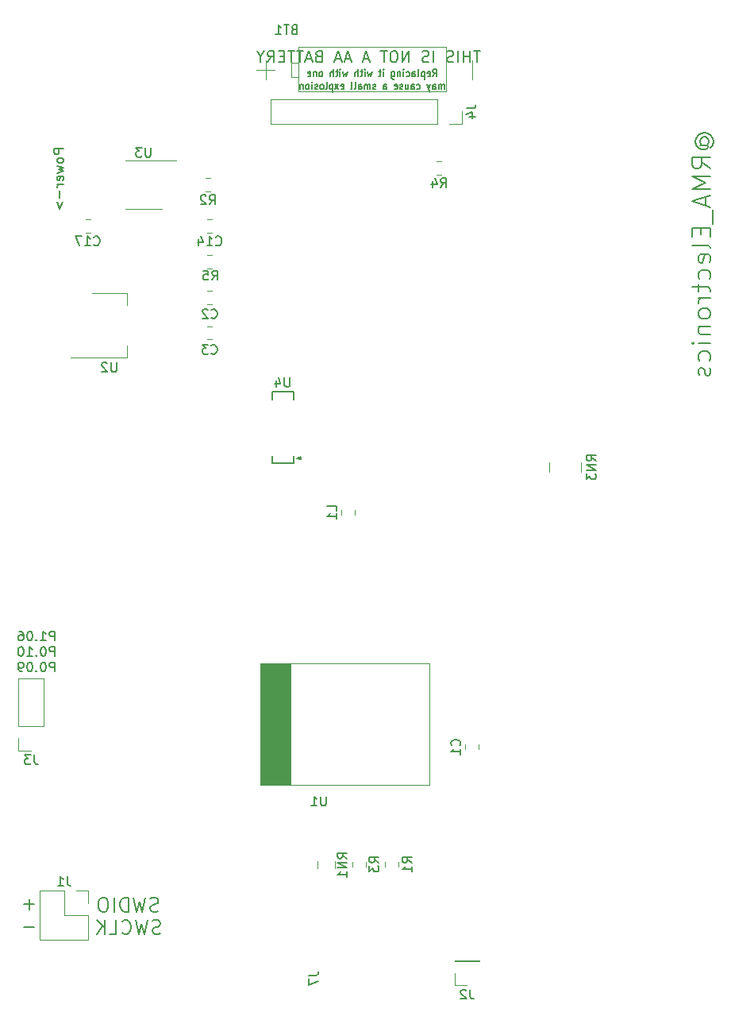
<source format=gbr>
G04 #@! TF.GenerationSoftware,KiCad,Pcbnew,5.1.5*
G04 #@! TF.CreationDate,2020-02-22T18:04:54-06:00*
G04 #@! TF.ProjectId,BSidesIA2020,42536964-6573-4494-9132-3032302e6b69,rev?*
G04 #@! TF.SameCoordinates,Original*
G04 #@! TF.FileFunction,Legend,Bot*
G04 #@! TF.FilePolarity,Positive*
%FSLAX46Y46*%
G04 Gerber Fmt 4.6, Leading zero omitted, Abs format (unit mm)*
G04 Created by KiCad (PCBNEW 5.1.5) date 2020-02-22 18:04:54*
%MOMM*%
%LPD*%
G04 APERTURE LIST*
%ADD10C,0.150000*%
%ADD11C,0.200000*%
%ADD12C,0.120000*%
%ADD13C,0.100000*%
G04 APERTURE END LIST*
D10*
X152866666Y-62486904D02*
X153100000Y-62105952D01*
X153266666Y-62486904D02*
X153266666Y-61686904D01*
X153000000Y-61686904D01*
X152933333Y-61725000D01*
X152900000Y-61763095D01*
X152866666Y-61839285D01*
X152866666Y-61953571D01*
X152900000Y-62029761D01*
X152933333Y-62067857D01*
X153000000Y-62105952D01*
X153266666Y-62105952D01*
X152300000Y-62448809D02*
X152366666Y-62486904D01*
X152500000Y-62486904D01*
X152566666Y-62448809D01*
X152600000Y-62372619D01*
X152600000Y-62067857D01*
X152566666Y-61991666D01*
X152500000Y-61953571D01*
X152366666Y-61953571D01*
X152300000Y-61991666D01*
X152266666Y-62067857D01*
X152266666Y-62144047D01*
X152600000Y-62220238D01*
X151966666Y-61953571D02*
X151966666Y-62753571D01*
X151966666Y-61991666D02*
X151900000Y-61953571D01*
X151766666Y-61953571D01*
X151700000Y-61991666D01*
X151666666Y-62029761D01*
X151633333Y-62105952D01*
X151633333Y-62334523D01*
X151666666Y-62410714D01*
X151700000Y-62448809D01*
X151766666Y-62486904D01*
X151900000Y-62486904D01*
X151966666Y-62448809D01*
X151233333Y-62486904D02*
X151300000Y-62448809D01*
X151333333Y-62372619D01*
X151333333Y-61686904D01*
X150666666Y-62486904D02*
X150666666Y-62067857D01*
X150700000Y-61991666D01*
X150766666Y-61953571D01*
X150900000Y-61953571D01*
X150966666Y-61991666D01*
X150666666Y-62448809D02*
X150733333Y-62486904D01*
X150900000Y-62486904D01*
X150966666Y-62448809D01*
X151000000Y-62372619D01*
X151000000Y-62296428D01*
X150966666Y-62220238D01*
X150900000Y-62182142D01*
X150733333Y-62182142D01*
X150666666Y-62144047D01*
X150033333Y-62448809D02*
X150100000Y-62486904D01*
X150233333Y-62486904D01*
X150300000Y-62448809D01*
X150333333Y-62410714D01*
X150366666Y-62334523D01*
X150366666Y-62105952D01*
X150333333Y-62029761D01*
X150300000Y-61991666D01*
X150233333Y-61953571D01*
X150100000Y-61953571D01*
X150033333Y-61991666D01*
X149733333Y-62486904D02*
X149733333Y-61953571D01*
X149733333Y-61686904D02*
X149766666Y-61725000D01*
X149733333Y-61763095D01*
X149700000Y-61725000D01*
X149733333Y-61686904D01*
X149733333Y-61763095D01*
X149400000Y-61953571D02*
X149400000Y-62486904D01*
X149400000Y-62029761D02*
X149366666Y-61991666D01*
X149300000Y-61953571D01*
X149200000Y-61953571D01*
X149133333Y-61991666D01*
X149100000Y-62067857D01*
X149100000Y-62486904D01*
X148466666Y-61953571D02*
X148466666Y-62601190D01*
X148500000Y-62677380D01*
X148533333Y-62715476D01*
X148600000Y-62753571D01*
X148700000Y-62753571D01*
X148766666Y-62715476D01*
X148466666Y-62448809D02*
X148533333Y-62486904D01*
X148666666Y-62486904D01*
X148733333Y-62448809D01*
X148766666Y-62410714D01*
X148800000Y-62334523D01*
X148800000Y-62105952D01*
X148766666Y-62029761D01*
X148733333Y-61991666D01*
X148666666Y-61953571D01*
X148533333Y-61953571D01*
X148466666Y-61991666D01*
X147600000Y-62486904D02*
X147600000Y-61953571D01*
X147600000Y-61686904D02*
X147633333Y-61725000D01*
X147600000Y-61763095D01*
X147566666Y-61725000D01*
X147600000Y-61686904D01*
X147600000Y-61763095D01*
X147366666Y-61953571D02*
X147100000Y-61953571D01*
X147266666Y-61686904D02*
X147266666Y-62372619D01*
X147233333Y-62448809D01*
X147166666Y-62486904D01*
X147100000Y-62486904D01*
X146400000Y-61953571D02*
X146266666Y-62486904D01*
X146133333Y-62105952D01*
X146000000Y-62486904D01*
X145866666Y-61953571D01*
X145600000Y-62486904D02*
X145600000Y-61953571D01*
X145600000Y-61686904D02*
X145633333Y-61725000D01*
X145600000Y-61763095D01*
X145566666Y-61725000D01*
X145600000Y-61686904D01*
X145600000Y-61763095D01*
X145366666Y-61953571D02*
X145100000Y-61953571D01*
X145266666Y-61686904D02*
X145266666Y-62372619D01*
X145233333Y-62448809D01*
X145166666Y-62486904D01*
X145100000Y-62486904D01*
X144866666Y-62486904D02*
X144866666Y-61686904D01*
X144566666Y-62486904D02*
X144566666Y-62067857D01*
X144600000Y-61991666D01*
X144666666Y-61953571D01*
X144766666Y-61953571D01*
X144833333Y-61991666D01*
X144866666Y-62029761D01*
X143766666Y-61953571D02*
X143633333Y-62486904D01*
X143500000Y-62105952D01*
X143366666Y-62486904D01*
X143233333Y-61953571D01*
X142966666Y-62486904D02*
X142966666Y-61953571D01*
X142966666Y-61686904D02*
X143000000Y-61725000D01*
X142966666Y-61763095D01*
X142933333Y-61725000D01*
X142966666Y-61686904D01*
X142966666Y-61763095D01*
X142733333Y-61953571D02*
X142466666Y-61953571D01*
X142633333Y-61686904D02*
X142633333Y-62372619D01*
X142600000Y-62448809D01*
X142533333Y-62486904D01*
X142466666Y-62486904D01*
X142233333Y-62486904D02*
X142233333Y-61686904D01*
X141933333Y-62486904D02*
X141933333Y-62067857D01*
X141966666Y-61991666D01*
X142033333Y-61953571D01*
X142133333Y-61953571D01*
X142200000Y-61991666D01*
X142233333Y-62029761D01*
X140966666Y-62486904D02*
X141033333Y-62448809D01*
X141066666Y-62410714D01*
X141100000Y-62334523D01*
X141100000Y-62105952D01*
X141066666Y-62029761D01*
X141033333Y-61991666D01*
X140966666Y-61953571D01*
X140866666Y-61953571D01*
X140800000Y-61991666D01*
X140766666Y-62029761D01*
X140733333Y-62105952D01*
X140733333Y-62334523D01*
X140766666Y-62410714D01*
X140800000Y-62448809D01*
X140866666Y-62486904D01*
X140966666Y-62486904D01*
X140433333Y-61953571D02*
X140433333Y-62486904D01*
X140433333Y-62029761D02*
X140400000Y-61991666D01*
X140333333Y-61953571D01*
X140233333Y-61953571D01*
X140166666Y-61991666D01*
X140133333Y-62067857D01*
X140133333Y-62486904D01*
X139533333Y-62448809D02*
X139600000Y-62486904D01*
X139733333Y-62486904D01*
X139800000Y-62448809D01*
X139833333Y-62372619D01*
X139833333Y-62067857D01*
X139800000Y-61991666D01*
X139733333Y-61953571D01*
X139600000Y-61953571D01*
X139533333Y-61991666D01*
X139500000Y-62067857D01*
X139500000Y-62144047D01*
X139833333Y-62220238D01*
X154100000Y-63836904D02*
X154100000Y-63303571D01*
X154100000Y-63379761D02*
X154066666Y-63341666D01*
X154000000Y-63303571D01*
X153900000Y-63303571D01*
X153833333Y-63341666D01*
X153800000Y-63417857D01*
X153800000Y-63836904D01*
X153800000Y-63417857D02*
X153766666Y-63341666D01*
X153700000Y-63303571D01*
X153600000Y-63303571D01*
X153533333Y-63341666D01*
X153500000Y-63417857D01*
X153500000Y-63836904D01*
X152866666Y-63836904D02*
X152866666Y-63417857D01*
X152900000Y-63341666D01*
X152966666Y-63303571D01*
X153100000Y-63303571D01*
X153166666Y-63341666D01*
X152866666Y-63798809D02*
X152933333Y-63836904D01*
X153100000Y-63836904D01*
X153166666Y-63798809D01*
X153200000Y-63722619D01*
X153200000Y-63646428D01*
X153166666Y-63570238D01*
X153100000Y-63532142D01*
X152933333Y-63532142D01*
X152866666Y-63494047D01*
X152600000Y-63303571D02*
X152433333Y-63836904D01*
X152266666Y-63303571D02*
X152433333Y-63836904D01*
X152500000Y-64027380D01*
X152533333Y-64065476D01*
X152600000Y-64103571D01*
X151166666Y-63798809D02*
X151233333Y-63836904D01*
X151366666Y-63836904D01*
X151433333Y-63798809D01*
X151466666Y-63760714D01*
X151500000Y-63684523D01*
X151500000Y-63455952D01*
X151466666Y-63379761D01*
X151433333Y-63341666D01*
X151366666Y-63303571D01*
X151233333Y-63303571D01*
X151166666Y-63341666D01*
X150566666Y-63836904D02*
X150566666Y-63417857D01*
X150600000Y-63341666D01*
X150666666Y-63303571D01*
X150800000Y-63303571D01*
X150866666Y-63341666D01*
X150566666Y-63798809D02*
X150633333Y-63836904D01*
X150800000Y-63836904D01*
X150866666Y-63798809D01*
X150900000Y-63722619D01*
X150900000Y-63646428D01*
X150866666Y-63570238D01*
X150800000Y-63532142D01*
X150633333Y-63532142D01*
X150566666Y-63494047D01*
X149933333Y-63303571D02*
X149933333Y-63836904D01*
X150233333Y-63303571D02*
X150233333Y-63722619D01*
X150200000Y-63798809D01*
X150133333Y-63836904D01*
X150033333Y-63836904D01*
X149966666Y-63798809D01*
X149933333Y-63760714D01*
X149633333Y-63798809D02*
X149566666Y-63836904D01*
X149433333Y-63836904D01*
X149366666Y-63798809D01*
X149333333Y-63722619D01*
X149333333Y-63684523D01*
X149366666Y-63608333D01*
X149433333Y-63570238D01*
X149533333Y-63570238D01*
X149600000Y-63532142D01*
X149633333Y-63455952D01*
X149633333Y-63417857D01*
X149600000Y-63341666D01*
X149533333Y-63303571D01*
X149433333Y-63303571D01*
X149366666Y-63341666D01*
X148766666Y-63798809D02*
X148833333Y-63836904D01*
X148966666Y-63836904D01*
X149033333Y-63798809D01*
X149066666Y-63722619D01*
X149066666Y-63417857D01*
X149033333Y-63341666D01*
X148966666Y-63303571D01*
X148833333Y-63303571D01*
X148766666Y-63341666D01*
X148733333Y-63417857D01*
X148733333Y-63494047D01*
X149066666Y-63570238D01*
X147600000Y-63836904D02*
X147600000Y-63417857D01*
X147633333Y-63341666D01*
X147700000Y-63303571D01*
X147833333Y-63303571D01*
X147900000Y-63341666D01*
X147600000Y-63798809D02*
X147666666Y-63836904D01*
X147833333Y-63836904D01*
X147900000Y-63798809D01*
X147933333Y-63722619D01*
X147933333Y-63646428D01*
X147900000Y-63570238D01*
X147833333Y-63532142D01*
X147666666Y-63532142D01*
X147600000Y-63494047D01*
X146766666Y-63798809D02*
X146700000Y-63836904D01*
X146566666Y-63836904D01*
X146500000Y-63798809D01*
X146466666Y-63722619D01*
X146466666Y-63684523D01*
X146500000Y-63608333D01*
X146566666Y-63570238D01*
X146666666Y-63570238D01*
X146733333Y-63532142D01*
X146766666Y-63455952D01*
X146766666Y-63417857D01*
X146733333Y-63341666D01*
X146666666Y-63303571D01*
X146566666Y-63303571D01*
X146500000Y-63341666D01*
X146166666Y-63836904D02*
X146166666Y-63303571D01*
X146166666Y-63379761D02*
X146133333Y-63341666D01*
X146066666Y-63303571D01*
X145966666Y-63303571D01*
X145900000Y-63341666D01*
X145866666Y-63417857D01*
X145866666Y-63836904D01*
X145866666Y-63417857D02*
X145833333Y-63341666D01*
X145766666Y-63303571D01*
X145666666Y-63303571D01*
X145600000Y-63341666D01*
X145566666Y-63417857D01*
X145566666Y-63836904D01*
X144933333Y-63836904D02*
X144933333Y-63417857D01*
X144966666Y-63341666D01*
X145033333Y-63303571D01*
X145166666Y-63303571D01*
X145233333Y-63341666D01*
X144933333Y-63798809D02*
X145000000Y-63836904D01*
X145166666Y-63836904D01*
X145233333Y-63798809D01*
X145266666Y-63722619D01*
X145266666Y-63646428D01*
X145233333Y-63570238D01*
X145166666Y-63532142D01*
X145000000Y-63532142D01*
X144933333Y-63494047D01*
X144500000Y-63836904D02*
X144566666Y-63798809D01*
X144600000Y-63722619D01*
X144600000Y-63036904D01*
X144133333Y-63836904D02*
X144200000Y-63798809D01*
X144233333Y-63722619D01*
X144233333Y-63036904D01*
X143066666Y-63798809D02*
X143133333Y-63836904D01*
X143266666Y-63836904D01*
X143333333Y-63798809D01*
X143366666Y-63722619D01*
X143366666Y-63417857D01*
X143333333Y-63341666D01*
X143266666Y-63303571D01*
X143133333Y-63303571D01*
X143066666Y-63341666D01*
X143033333Y-63417857D01*
X143033333Y-63494047D01*
X143366666Y-63570238D01*
X142800000Y-63836904D02*
X142433333Y-63303571D01*
X142800000Y-63303571D02*
X142433333Y-63836904D01*
X142166666Y-63303571D02*
X142166666Y-64103571D01*
X142166666Y-63341666D02*
X142100000Y-63303571D01*
X141966666Y-63303571D01*
X141900000Y-63341666D01*
X141866666Y-63379761D01*
X141833333Y-63455952D01*
X141833333Y-63684523D01*
X141866666Y-63760714D01*
X141900000Y-63798809D01*
X141966666Y-63836904D01*
X142100000Y-63836904D01*
X142166666Y-63798809D01*
X141433333Y-63836904D02*
X141500000Y-63798809D01*
X141533333Y-63722619D01*
X141533333Y-63036904D01*
X141066666Y-63836904D02*
X141133333Y-63798809D01*
X141166666Y-63760714D01*
X141200000Y-63684523D01*
X141200000Y-63455952D01*
X141166666Y-63379761D01*
X141133333Y-63341666D01*
X141066666Y-63303571D01*
X140966666Y-63303571D01*
X140900000Y-63341666D01*
X140866666Y-63379761D01*
X140833333Y-63455952D01*
X140833333Y-63684523D01*
X140866666Y-63760714D01*
X140900000Y-63798809D01*
X140966666Y-63836904D01*
X141066666Y-63836904D01*
X140566666Y-63798809D02*
X140500000Y-63836904D01*
X140366666Y-63836904D01*
X140300000Y-63798809D01*
X140266666Y-63722619D01*
X140266666Y-63684523D01*
X140300000Y-63608333D01*
X140366666Y-63570238D01*
X140466666Y-63570238D01*
X140533333Y-63532142D01*
X140566666Y-63455952D01*
X140566666Y-63417857D01*
X140533333Y-63341666D01*
X140466666Y-63303571D01*
X140366666Y-63303571D01*
X140300000Y-63341666D01*
X139966666Y-63836904D02*
X139966666Y-63303571D01*
X139966666Y-63036904D02*
X140000000Y-63075000D01*
X139966666Y-63113095D01*
X139933333Y-63075000D01*
X139966666Y-63036904D01*
X139966666Y-63113095D01*
X139533333Y-63836904D02*
X139600000Y-63798809D01*
X139633333Y-63760714D01*
X139666666Y-63684523D01*
X139666666Y-63455952D01*
X139633333Y-63379761D01*
X139600000Y-63341666D01*
X139533333Y-63303571D01*
X139433333Y-63303571D01*
X139366666Y-63341666D01*
X139333333Y-63379761D01*
X139300000Y-63455952D01*
X139300000Y-63684523D01*
X139333333Y-63760714D01*
X139366666Y-63798809D01*
X139433333Y-63836904D01*
X139533333Y-63836904D01*
X139000000Y-63303571D02*
X139000000Y-63836904D01*
X139000000Y-63379761D02*
X138966666Y-63341666D01*
X138900000Y-63303571D01*
X138800000Y-63303571D01*
X138733333Y-63341666D01*
X138700000Y-63417857D01*
X138700000Y-63836904D01*
D11*
X157914285Y-59742857D02*
X157228571Y-59742857D01*
X157571428Y-60942857D02*
X157571428Y-59742857D01*
X156828571Y-60942857D02*
X156828571Y-59742857D01*
X156828571Y-60314285D02*
X156142857Y-60314285D01*
X156142857Y-60942857D02*
X156142857Y-59742857D01*
X155571428Y-60942857D02*
X155571428Y-59742857D01*
X155057142Y-60885714D02*
X154885714Y-60942857D01*
X154600000Y-60942857D01*
X154485714Y-60885714D01*
X154428571Y-60828571D01*
X154371428Y-60714285D01*
X154371428Y-60600000D01*
X154428571Y-60485714D01*
X154485714Y-60428571D01*
X154600000Y-60371428D01*
X154828571Y-60314285D01*
X154942857Y-60257142D01*
X155000000Y-60200000D01*
X155057142Y-60085714D01*
X155057142Y-59971428D01*
X155000000Y-59857142D01*
X154942857Y-59800000D01*
X154828571Y-59742857D01*
X154542857Y-59742857D01*
X154371428Y-59800000D01*
X152942857Y-60942857D02*
X152942857Y-59742857D01*
X152428571Y-60885714D02*
X152257142Y-60942857D01*
X151971428Y-60942857D01*
X151857142Y-60885714D01*
X151800000Y-60828571D01*
X151742857Y-60714285D01*
X151742857Y-60600000D01*
X151800000Y-60485714D01*
X151857142Y-60428571D01*
X151971428Y-60371428D01*
X152200000Y-60314285D01*
X152314285Y-60257142D01*
X152371428Y-60200000D01*
X152428571Y-60085714D01*
X152428571Y-59971428D01*
X152371428Y-59857142D01*
X152314285Y-59800000D01*
X152200000Y-59742857D01*
X151914285Y-59742857D01*
X151742857Y-59800000D01*
X150314285Y-60942857D02*
X150314285Y-59742857D01*
X149628571Y-60942857D01*
X149628571Y-59742857D01*
X148828571Y-59742857D02*
X148600000Y-59742857D01*
X148485714Y-59800000D01*
X148371428Y-59914285D01*
X148314285Y-60142857D01*
X148314285Y-60542857D01*
X148371428Y-60771428D01*
X148485714Y-60885714D01*
X148600000Y-60942857D01*
X148828571Y-60942857D01*
X148942857Y-60885714D01*
X149057142Y-60771428D01*
X149114285Y-60542857D01*
X149114285Y-60142857D01*
X149057142Y-59914285D01*
X148942857Y-59800000D01*
X148828571Y-59742857D01*
X147971428Y-59742857D02*
X147285714Y-59742857D01*
X147628571Y-60942857D02*
X147628571Y-59742857D01*
X146028571Y-60600000D02*
X145457142Y-60600000D01*
X146142857Y-60942857D02*
X145742857Y-59742857D01*
X145342857Y-60942857D01*
X144085714Y-60600000D02*
X143514285Y-60600000D01*
X144200000Y-60942857D02*
X143800000Y-59742857D01*
X143400000Y-60942857D01*
X143057142Y-60600000D02*
X142485714Y-60600000D01*
X143171428Y-60942857D02*
X142771428Y-59742857D01*
X142371428Y-60942857D01*
X140657142Y-60314285D02*
X140485714Y-60371428D01*
X140428571Y-60428571D01*
X140371428Y-60542857D01*
X140371428Y-60714285D01*
X140428571Y-60828571D01*
X140485714Y-60885714D01*
X140600000Y-60942857D01*
X141057142Y-60942857D01*
X141057142Y-59742857D01*
X140657142Y-59742857D01*
X140542857Y-59800000D01*
X140485714Y-59857142D01*
X140428571Y-59971428D01*
X140428571Y-60085714D01*
X140485714Y-60200000D01*
X140542857Y-60257142D01*
X140657142Y-60314285D01*
X141057142Y-60314285D01*
X139914285Y-60600000D02*
X139342857Y-60600000D01*
X140028571Y-60942857D02*
X139628571Y-59742857D01*
X139228571Y-60942857D01*
X139000000Y-59742857D02*
X138314285Y-59742857D01*
X138657142Y-60942857D02*
X138657142Y-59742857D01*
X138085714Y-59742857D02*
X137400000Y-59742857D01*
X137742857Y-60942857D02*
X137742857Y-59742857D01*
X137000000Y-60314285D02*
X136600000Y-60314285D01*
X136428571Y-60942857D02*
X137000000Y-60942857D01*
X137000000Y-59742857D01*
X136428571Y-59742857D01*
X135228571Y-60942857D02*
X135628571Y-60371428D01*
X135914285Y-60942857D02*
X135914285Y-59742857D01*
X135457142Y-59742857D01*
X135342857Y-59800000D01*
X135285714Y-59857142D01*
X135228571Y-59971428D01*
X135228571Y-60142857D01*
X135285714Y-60257142D01*
X135342857Y-60314285D01*
X135457142Y-60371428D01*
X135914285Y-60371428D01*
X134485714Y-60371428D02*
X134485714Y-60942857D01*
X134885714Y-59742857D02*
X134485714Y-60371428D01*
X134085714Y-59742857D01*
D10*
X112528571Y-122602380D02*
X112528571Y-121602380D01*
X112147619Y-121602380D01*
X112052380Y-121650000D01*
X112004761Y-121697619D01*
X111957142Y-121792857D01*
X111957142Y-121935714D01*
X112004761Y-122030952D01*
X112052380Y-122078571D01*
X112147619Y-122126190D01*
X112528571Y-122126190D01*
X111004761Y-122602380D02*
X111576190Y-122602380D01*
X111290476Y-122602380D02*
X111290476Y-121602380D01*
X111385714Y-121745238D01*
X111480952Y-121840476D01*
X111576190Y-121888095D01*
X110576190Y-122507142D02*
X110528571Y-122554761D01*
X110576190Y-122602380D01*
X110623809Y-122554761D01*
X110576190Y-122507142D01*
X110576190Y-122602380D01*
X109909523Y-121602380D02*
X109814285Y-121602380D01*
X109719047Y-121650000D01*
X109671428Y-121697619D01*
X109623809Y-121792857D01*
X109576190Y-121983333D01*
X109576190Y-122221428D01*
X109623809Y-122411904D01*
X109671428Y-122507142D01*
X109719047Y-122554761D01*
X109814285Y-122602380D01*
X109909523Y-122602380D01*
X110004761Y-122554761D01*
X110052380Y-122507142D01*
X110100000Y-122411904D01*
X110147619Y-122221428D01*
X110147619Y-121983333D01*
X110100000Y-121792857D01*
X110052380Y-121697619D01*
X110004761Y-121650000D01*
X109909523Y-121602380D01*
X108719047Y-121602380D02*
X108909523Y-121602380D01*
X109004761Y-121650000D01*
X109052380Y-121697619D01*
X109147619Y-121840476D01*
X109195238Y-122030952D01*
X109195238Y-122411904D01*
X109147619Y-122507142D01*
X109100000Y-122554761D01*
X109004761Y-122602380D01*
X108814285Y-122602380D01*
X108719047Y-122554761D01*
X108671428Y-122507142D01*
X108623809Y-122411904D01*
X108623809Y-122173809D01*
X108671428Y-122078571D01*
X108719047Y-122030952D01*
X108814285Y-121983333D01*
X109004761Y-121983333D01*
X109100000Y-122030952D01*
X109147619Y-122078571D01*
X109195238Y-122173809D01*
X112528571Y-124252380D02*
X112528571Y-123252380D01*
X112147619Y-123252380D01*
X112052380Y-123300000D01*
X112004761Y-123347619D01*
X111957142Y-123442857D01*
X111957142Y-123585714D01*
X112004761Y-123680952D01*
X112052380Y-123728571D01*
X112147619Y-123776190D01*
X112528571Y-123776190D01*
X111338095Y-123252380D02*
X111242857Y-123252380D01*
X111147619Y-123300000D01*
X111100000Y-123347619D01*
X111052380Y-123442857D01*
X111004761Y-123633333D01*
X111004761Y-123871428D01*
X111052380Y-124061904D01*
X111100000Y-124157142D01*
X111147619Y-124204761D01*
X111242857Y-124252380D01*
X111338095Y-124252380D01*
X111433333Y-124204761D01*
X111480952Y-124157142D01*
X111528571Y-124061904D01*
X111576190Y-123871428D01*
X111576190Y-123633333D01*
X111528571Y-123442857D01*
X111480952Y-123347619D01*
X111433333Y-123300000D01*
X111338095Y-123252380D01*
X110576190Y-124157142D02*
X110528571Y-124204761D01*
X110576190Y-124252380D01*
X110623809Y-124204761D01*
X110576190Y-124157142D01*
X110576190Y-124252380D01*
X109576190Y-124252380D02*
X110147619Y-124252380D01*
X109861904Y-124252380D02*
X109861904Y-123252380D01*
X109957142Y-123395238D01*
X110052380Y-123490476D01*
X110147619Y-123538095D01*
X108957142Y-123252380D02*
X108861904Y-123252380D01*
X108766666Y-123300000D01*
X108719047Y-123347619D01*
X108671428Y-123442857D01*
X108623809Y-123633333D01*
X108623809Y-123871428D01*
X108671428Y-124061904D01*
X108719047Y-124157142D01*
X108766666Y-124204761D01*
X108861904Y-124252380D01*
X108957142Y-124252380D01*
X109052380Y-124204761D01*
X109100000Y-124157142D01*
X109147619Y-124061904D01*
X109195238Y-123871428D01*
X109195238Y-123633333D01*
X109147619Y-123442857D01*
X109100000Y-123347619D01*
X109052380Y-123300000D01*
X108957142Y-123252380D01*
X112528571Y-125902380D02*
X112528571Y-124902380D01*
X112147619Y-124902380D01*
X112052380Y-124950000D01*
X112004761Y-124997619D01*
X111957142Y-125092857D01*
X111957142Y-125235714D01*
X112004761Y-125330952D01*
X112052380Y-125378571D01*
X112147619Y-125426190D01*
X112528571Y-125426190D01*
X111338095Y-124902380D02*
X111242857Y-124902380D01*
X111147619Y-124950000D01*
X111100000Y-124997619D01*
X111052380Y-125092857D01*
X111004761Y-125283333D01*
X111004761Y-125521428D01*
X111052380Y-125711904D01*
X111100000Y-125807142D01*
X111147619Y-125854761D01*
X111242857Y-125902380D01*
X111338095Y-125902380D01*
X111433333Y-125854761D01*
X111480952Y-125807142D01*
X111528571Y-125711904D01*
X111576190Y-125521428D01*
X111576190Y-125283333D01*
X111528571Y-125092857D01*
X111480952Y-124997619D01*
X111433333Y-124950000D01*
X111338095Y-124902380D01*
X110576190Y-125807142D02*
X110528571Y-125854761D01*
X110576190Y-125902380D01*
X110623809Y-125854761D01*
X110576190Y-125807142D01*
X110576190Y-125902380D01*
X109909523Y-124902380D02*
X109814285Y-124902380D01*
X109719047Y-124950000D01*
X109671428Y-124997619D01*
X109623809Y-125092857D01*
X109576190Y-125283333D01*
X109576190Y-125521428D01*
X109623809Y-125711904D01*
X109671428Y-125807142D01*
X109719047Y-125854761D01*
X109814285Y-125902380D01*
X109909523Y-125902380D01*
X110004761Y-125854761D01*
X110052380Y-125807142D01*
X110100000Y-125711904D01*
X110147619Y-125521428D01*
X110147619Y-125283333D01*
X110100000Y-125092857D01*
X110052380Y-124997619D01*
X110004761Y-124950000D01*
X109909523Y-124902380D01*
X109100000Y-125902380D02*
X108909523Y-125902380D01*
X108814285Y-125854761D01*
X108766666Y-125807142D01*
X108671428Y-125664285D01*
X108623809Y-125473809D01*
X108623809Y-125092857D01*
X108671428Y-124997619D01*
X108719047Y-124950000D01*
X108814285Y-124902380D01*
X109004761Y-124902380D01*
X109100000Y-124950000D01*
X109147619Y-124997619D01*
X109195238Y-125092857D01*
X109195238Y-125330952D01*
X109147619Y-125426190D01*
X109100000Y-125473809D01*
X109004761Y-125521428D01*
X108814285Y-125521428D01*
X108719047Y-125473809D01*
X108671428Y-125426190D01*
X108623809Y-125330952D01*
X181552380Y-69780952D02*
X181457142Y-69685714D01*
X181361904Y-69495238D01*
X181361904Y-69304761D01*
X181457142Y-69114285D01*
X181552380Y-69019047D01*
X181742857Y-68923809D01*
X181933333Y-68923809D01*
X182123809Y-69019047D01*
X182219047Y-69114285D01*
X182314285Y-69304761D01*
X182314285Y-69495238D01*
X182219047Y-69685714D01*
X182123809Y-69780952D01*
X181361904Y-69780952D02*
X182123809Y-69780952D01*
X182219047Y-69876190D01*
X182219047Y-69971428D01*
X182123809Y-70161904D01*
X181933333Y-70257142D01*
X181457142Y-70257142D01*
X181171428Y-70066666D01*
X180980952Y-69780952D01*
X180885714Y-69400000D01*
X180980952Y-69019047D01*
X181171428Y-68733333D01*
X181457142Y-68542857D01*
X181838095Y-68447619D01*
X182219047Y-68542857D01*
X182504761Y-68733333D01*
X182695238Y-69019047D01*
X182790476Y-69400000D01*
X182695238Y-69780952D01*
X182504761Y-70066666D01*
X182504761Y-72257142D02*
X181552380Y-71590476D01*
X182504761Y-71114285D02*
X180504761Y-71114285D01*
X180504761Y-71876190D01*
X180600000Y-72066666D01*
X180695238Y-72161904D01*
X180885714Y-72257142D01*
X181171428Y-72257142D01*
X181361904Y-72161904D01*
X181457142Y-72066666D01*
X181552380Y-71876190D01*
X181552380Y-71114285D01*
X182504761Y-73114285D02*
X180504761Y-73114285D01*
X181933333Y-73780952D01*
X180504761Y-74447619D01*
X182504761Y-74447619D01*
X181933333Y-75304761D02*
X181933333Y-76257142D01*
X182504761Y-75114285D02*
X180504761Y-75780952D01*
X182504761Y-76447619D01*
X182695238Y-76638095D02*
X182695238Y-78161904D01*
X181457142Y-78638095D02*
X181457142Y-79304761D01*
X182504761Y-79590476D02*
X182504761Y-78638095D01*
X180504761Y-78638095D01*
X180504761Y-79590476D01*
X182504761Y-80733333D02*
X182409523Y-80542857D01*
X182219047Y-80447619D01*
X180504761Y-80447619D01*
X182409523Y-82257142D02*
X182504761Y-82066666D01*
X182504761Y-81685714D01*
X182409523Y-81495238D01*
X182219047Y-81400000D01*
X181457142Y-81400000D01*
X181266666Y-81495238D01*
X181171428Y-81685714D01*
X181171428Y-82066666D01*
X181266666Y-82257142D01*
X181457142Y-82352380D01*
X181647619Y-82352380D01*
X181838095Y-81400000D01*
X182409523Y-84066666D02*
X182504761Y-83876190D01*
X182504761Y-83495238D01*
X182409523Y-83304761D01*
X182314285Y-83209523D01*
X182123809Y-83114285D01*
X181552380Y-83114285D01*
X181361904Y-83209523D01*
X181266666Y-83304761D01*
X181171428Y-83495238D01*
X181171428Y-83876190D01*
X181266666Y-84066666D01*
X181171428Y-84638095D02*
X181171428Y-85400000D01*
X180504761Y-84923809D02*
X182219047Y-84923809D01*
X182409523Y-85019047D01*
X182504761Y-85209523D01*
X182504761Y-85400000D01*
X182504761Y-86066666D02*
X181171428Y-86066666D01*
X181552380Y-86066666D02*
X181361904Y-86161904D01*
X181266666Y-86257142D01*
X181171428Y-86447619D01*
X181171428Y-86638095D01*
X182504761Y-87590476D02*
X182409523Y-87400000D01*
X182314285Y-87304761D01*
X182123809Y-87209523D01*
X181552380Y-87209523D01*
X181361904Y-87304761D01*
X181266666Y-87400000D01*
X181171428Y-87590476D01*
X181171428Y-87876190D01*
X181266666Y-88066666D01*
X181361904Y-88161904D01*
X181552380Y-88257142D01*
X182123809Y-88257142D01*
X182314285Y-88161904D01*
X182409523Y-88066666D01*
X182504761Y-87876190D01*
X182504761Y-87590476D01*
X181171428Y-89114285D02*
X182504761Y-89114285D01*
X181361904Y-89114285D02*
X181266666Y-89209523D01*
X181171428Y-89400000D01*
X181171428Y-89685714D01*
X181266666Y-89876190D01*
X181457142Y-89971428D01*
X182504761Y-89971428D01*
X182504761Y-90923809D02*
X181171428Y-90923809D01*
X180504761Y-90923809D02*
X180600000Y-90828571D01*
X180695238Y-90923809D01*
X180600000Y-91019047D01*
X180504761Y-90923809D01*
X180695238Y-90923809D01*
X182409523Y-92733333D02*
X182504761Y-92542857D01*
X182504761Y-92161904D01*
X182409523Y-91971428D01*
X182314285Y-91876190D01*
X182123809Y-91780952D01*
X181552380Y-91780952D01*
X181361904Y-91876190D01*
X181266666Y-91971428D01*
X181171428Y-92161904D01*
X181171428Y-92542857D01*
X181266666Y-92733333D01*
X182409523Y-93495238D02*
X182504761Y-93685714D01*
X182504761Y-94066666D01*
X182409523Y-94257142D01*
X182219047Y-94352380D01*
X182123809Y-94352380D01*
X181933333Y-94257142D01*
X181838095Y-94066666D01*
X181838095Y-93780952D01*
X181742857Y-93590476D01*
X181552380Y-93495238D01*
X181457142Y-93495238D01*
X181266666Y-93590476D01*
X181171428Y-93780952D01*
X181171428Y-94066666D01*
X181266666Y-94257142D01*
X123578571Y-151407142D02*
X123364285Y-151478571D01*
X123007142Y-151478571D01*
X122864285Y-151407142D01*
X122792857Y-151335714D01*
X122721428Y-151192857D01*
X122721428Y-151050000D01*
X122792857Y-150907142D01*
X122864285Y-150835714D01*
X123007142Y-150764285D01*
X123292857Y-150692857D01*
X123435714Y-150621428D01*
X123507142Y-150550000D01*
X123578571Y-150407142D01*
X123578571Y-150264285D01*
X123507142Y-150121428D01*
X123435714Y-150050000D01*
X123292857Y-149978571D01*
X122935714Y-149978571D01*
X122721428Y-150050000D01*
X122221428Y-149978571D02*
X121864285Y-151478571D01*
X121578571Y-150407142D01*
X121292857Y-151478571D01*
X120935714Y-149978571D01*
X120364285Y-151478571D02*
X120364285Y-149978571D01*
X120007142Y-149978571D01*
X119792857Y-150050000D01*
X119650000Y-150192857D01*
X119578571Y-150335714D01*
X119507142Y-150621428D01*
X119507142Y-150835714D01*
X119578571Y-151121428D01*
X119650000Y-151264285D01*
X119792857Y-151407142D01*
X120007142Y-151478571D01*
X120364285Y-151478571D01*
X118864285Y-151478571D02*
X118864285Y-149978571D01*
X117864285Y-149978571D02*
X117578571Y-149978571D01*
X117435714Y-150050000D01*
X117292857Y-150192857D01*
X117221428Y-150478571D01*
X117221428Y-150978571D01*
X117292857Y-151264285D01*
X117435714Y-151407142D01*
X117578571Y-151478571D01*
X117864285Y-151478571D01*
X118007142Y-151407142D01*
X118150000Y-151264285D01*
X118221428Y-150978571D01*
X118221428Y-150478571D01*
X118150000Y-150192857D01*
X118007142Y-150050000D01*
X117864285Y-149978571D01*
X123792857Y-153807142D02*
X123578571Y-153878571D01*
X123221428Y-153878571D01*
X123078571Y-153807142D01*
X123007142Y-153735714D01*
X122935714Y-153592857D01*
X122935714Y-153450000D01*
X123007142Y-153307142D01*
X123078571Y-153235714D01*
X123221428Y-153164285D01*
X123507142Y-153092857D01*
X123650000Y-153021428D01*
X123721428Y-152950000D01*
X123792857Y-152807142D01*
X123792857Y-152664285D01*
X123721428Y-152521428D01*
X123650000Y-152450000D01*
X123507142Y-152378571D01*
X123150000Y-152378571D01*
X122935714Y-152450000D01*
X122435714Y-152378571D02*
X122078571Y-153878571D01*
X121792857Y-152807142D01*
X121507142Y-153878571D01*
X121150000Y-152378571D01*
X119721428Y-153735714D02*
X119792857Y-153807142D01*
X120007142Y-153878571D01*
X120150000Y-153878571D01*
X120364285Y-153807142D01*
X120507142Y-153664285D01*
X120578571Y-153521428D01*
X120650000Y-153235714D01*
X120650000Y-153021428D01*
X120578571Y-152735714D01*
X120507142Y-152592857D01*
X120364285Y-152450000D01*
X120150000Y-152378571D01*
X120007142Y-152378571D01*
X119792857Y-152450000D01*
X119721428Y-152521428D01*
X118364285Y-153878571D02*
X119078571Y-153878571D01*
X119078571Y-152378571D01*
X117864285Y-153878571D02*
X117864285Y-152378571D01*
X117007142Y-153878571D02*
X117650000Y-153021428D01*
X117007142Y-152378571D02*
X117864285Y-153235714D01*
X110371428Y-150707142D02*
X109228571Y-150707142D01*
X109800000Y-151278571D02*
X109800000Y-150135714D01*
X110371428Y-153107142D02*
X109228571Y-153107142D01*
D12*
X138525212Y-64025000D02*
X154275212Y-64025000D01*
X154275212Y-64025000D02*
X154275212Y-59275000D01*
X154275212Y-59275000D02*
X138525212Y-59275000D01*
X138525212Y-59275000D02*
X138525212Y-64025000D01*
X138525212Y-64025000D02*
X138525212Y-62525000D01*
X138525212Y-62525000D02*
X137775212Y-62525000D01*
X137775212Y-62525000D02*
X137775212Y-61025000D01*
X137775212Y-61025000D02*
X138525212Y-61025000D01*
X135025212Y-62775000D02*
X135025212Y-60775000D01*
X134025212Y-61775000D02*
X136025212Y-61775000D01*
X157025212Y-62775000D02*
X157025212Y-60775000D01*
X156290000Y-133678922D02*
X156290000Y-134196078D01*
X157710000Y-133678922D02*
X157710000Y-134196078D01*
X129321078Y-86710000D02*
X128803922Y-86710000D01*
X129321078Y-85290000D02*
X128803922Y-85290000D01*
X129321078Y-89090000D02*
X128803922Y-89090000D01*
X129321078Y-90510000D02*
X128803922Y-90510000D01*
X128803922Y-77690000D02*
X129321078Y-77690000D01*
X128803922Y-79110000D02*
X129321078Y-79110000D01*
X115803922Y-79110000D02*
X116321078Y-79110000D01*
X115803922Y-77690000D02*
X116321078Y-77690000D01*
X116130000Y-154470000D02*
X110930000Y-154470000D01*
X116130000Y-151870000D02*
X116130000Y-154470000D01*
X110930000Y-149270000D02*
X110930000Y-154470000D01*
X116130000Y-151870000D02*
X113530000Y-151870000D01*
X113530000Y-151870000D02*
X113530000Y-149270000D01*
X113530000Y-149270000D02*
X110930000Y-149270000D01*
X116130000Y-150600000D02*
X116130000Y-149270000D01*
X116130000Y-149270000D02*
X114800000Y-149270000D01*
X155170000Y-156670000D02*
X157830000Y-156670000D01*
X155170000Y-156730000D02*
X155170000Y-156670000D01*
X157830000Y-156730000D02*
X157830000Y-156670000D01*
X155170000Y-156730000D02*
X157830000Y-156730000D01*
X155170000Y-158000000D02*
X155170000Y-159330000D01*
X155170000Y-159330000D02*
X156500000Y-159330000D01*
X108670000Y-126590000D02*
X111330000Y-126590000D01*
X108670000Y-131730000D02*
X108670000Y-126590000D01*
X111330000Y-131730000D02*
X111330000Y-126590000D01*
X108670000Y-131730000D02*
X111330000Y-131730000D01*
X108670000Y-133000000D02*
X108670000Y-134330000D01*
X108670000Y-134330000D02*
X110000000Y-134330000D01*
X135540212Y-67530000D02*
X135540212Y-64870000D01*
X153380212Y-67530000D02*
X135540212Y-67530000D01*
X153380212Y-64870000D02*
X135540212Y-64870000D01*
X153380212Y-67530000D02*
X153380212Y-64870000D01*
X154650212Y-67530000D02*
X155980212Y-67530000D01*
X155980212Y-67530000D02*
X155980212Y-66200000D01*
X143090000Y-108678922D02*
X143090000Y-109196078D01*
X144510000Y-108678922D02*
X144510000Y-109196078D01*
X149210000Y-146696078D02*
X149210000Y-146178922D01*
X147790000Y-146696078D02*
X147790000Y-146178922D01*
X128603922Y-73290000D02*
X129121078Y-73290000D01*
X128603922Y-74710000D02*
X129121078Y-74710000D01*
X144290000Y-146696078D02*
X144290000Y-146178922D01*
X145710000Y-146696078D02*
X145710000Y-146178922D01*
X153278922Y-72910000D02*
X153796078Y-72910000D01*
X153278922Y-71490000D02*
X153796078Y-71490000D01*
X129321078Y-81490000D02*
X128803922Y-81490000D01*
X129321078Y-82910000D02*
X128803922Y-82910000D01*
X140580000Y-146100000D02*
X140580000Y-146900000D01*
X142420000Y-146100000D02*
X142420000Y-146900000D01*
X165320000Y-103600000D02*
X165320000Y-104600000D01*
X168680000Y-103600000D02*
X168680000Y-104600000D01*
X120260000Y-85590000D02*
X120260000Y-86850000D01*
X120260000Y-92410000D02*
X120260000Y-91150000D01*
X116500000Y-85590000D02*
X120260000Y-85590000D01*
X114250000Y-92410000D02*
X120260000Y-92410000D01*
X125450000Y-71440000D02*
X120050000Y-71440000D01*
X123950000Y-76560000D02*
X120050000Y-76560000D01*
D10*
X138050000Y-96900000D02*
X138050000Y-96100000D01*
X138050000Y-96100000D02*
X135750000Y-96100000D01*
X135750000Y-96100000D02*
X135750000Y-96900000D01*
X135750000Y-102900000D02*
X135750000Y-103700000D01*
X135750000Y-103700000D02*
X138050000Y-103700000D01*
X138050000Y-103700000D02*
X138050000Y-102900000D01*
X138750000Y-103300000D02*
X138750000Y-103000000D01*
X138750000Y-103000000D02*
X138350000Y-103150000D01*
X138350000Y-103150000D02*
X138750000Y-103300000D01*
D12*
X152500000Y-138000000D02*
X152500000Y-125000000D01*
X134500000Y-138000000D02*
X134500000Y-125000000D01*
X152500000Y-138000000D02*
X134500000Y-138000000D01*
X152500000Y-125000000D02*
X134500000Y-125000000D01*
D13*
G36*
X134500000Y-125000000D02*
G01*
X134500000Y-138000000D01*
X137700000Y-138000000D01*
X137700000Y-125000000D01*
X134500000Y-125000000D01*
G37*
X134500000Y-125000000D02*
X134500000Y-138000000D01*
X137700000Y-138000000D01*
X137700000Y-125000000D01*
X134500000Y-125000000D01*
D10*
X138060926Y-57453571D02*
X137918069Y-57501190D01*
X137870450Y-57548809D01*
X137822831Y-57644047D01*
X137822831Y-57786904D01*
X137870450Y-57882142D01*
X137918069Y-57929761D01*
X138013307Y-57977380D01*
X138394259Y-57977380D01*
X138394259Y-56977380D01*
X138060926Y-56977380D01*
X137965688Y-57025000D01*
X137918069Y-57072619D01*
X137870450Y-57167857D01*
X137870450Y-57263095D01*
X137918069Y-57358333D01*
X137965688Y-57405952D01*
X138060926Y-57453571D01*
X138394259Y-57453571D01*
X137537116Y-56977380D02*
X136965688Y-56977380D01*
X137251402Y-57977380D02*
X137251402Y-56977380D01*
X136108545Y-57977380D02*
X136679973Y-57977380D01*
X136394259Y-57977380D02*
X136394259Y-56977380D01*
X136489497Y-57120238D01*
X136584735Y-57215476D01*
X136679973Y-57263095D01*
X155707142Y-133770833D02*
X155754761Y-133723214D01*
X155802380Y-133580357D01*
X155802380Y-133485119D01*
X155754761Y-133342261D01*
X155659523Y-133247023D01*
X155564285Y-133199404D01*
X155373809Y-133151785D01*
X155230952Y-133151785D01*
X155040476Y-133199404D01*
X154945238Y-133247023D01*
X154850000Y-133342261D01*
X154802380Y-133485119D01*
X154802380Y-133580357D01*
X154850000Y-133723214D01*
X154897619Y-133770833D01*
X155802380Y-134723214D02*
X155802380Y-134151785D01*
X155802380Y-134437500D02*
X154802380Y-134437500D01*
X154945238Y-134342261D01*
X155040476Y-134247023D01*
X155088095Y-134151785D01*
X129229166Y-88157142D02*
X129276785Y-88204761D01*
X129419642Y-88252380D01*
X129514880Y-88252380D01*
X129657738Y-88204761D01*
X129752976Y-88109523D01*
X129800595Y-88014285D01*
X129848214Y-87823809D01*
X129848214Y-87680952D01*
X129800595Y-87490476D01*
X129752976Y-87395238D01*
X129657738Y-87300000D01*
X129514880Y-87252380D01*
X129419642Y-87252380D01*
X129276785Y-87300000D01*
X129229166Y-87347619D01*
X128848214Y-87347619D02*
X128800595Y-87300000D01*
X128705357Y-87252380D01*
X128467261Y-87252380D01*
X128372023Y-87300000D01*
X128324404Y-87347619D01*
X128276785Y-87442857D01*
X128276785Y-87538095D01*
X128324404Y-87680952D01*
X128895833Y-88252380D01*
X128276785Y-88252380D01*
X129229166Y-91957142D02*
X129276785Y-92004761D01*
X129419642Y-92052380D01*
X129514880Y-92052380D01*
X129657738Y-92004761D01*
X129752976Y-91909523D01*
X129800595Y-91814285D01*
X129848214Y-91623809D01*
X129848214Y-91480952D01*
X129800595Y-91290476D01*
X129752976Y-91195238D01*
X129657738Y-91100000D01*
X129514880Y-91052380D01*
X129419642Y-91052380D01*
X129276785Y-91100000D01*
X129229166Y-91147619D01*
X128895833Y-91052380D02*
X128276785Y-91052380D01*
X128610119Y-91433333D01*
X128467261Y-91433333D01*
X128372023Y-91480952D01*
X128324404Y-91528571D01*
X128276785Y-91623809D01*
X128276785Y-91861904D01*
X128324404Y-91957142D01*
X128372023Y-92004761D01*
X128467261Y-92052380D01*
X128752976Y-92052380D01*
X128848214Y-92004761D01*
X128895833Y-91957142D01*
X129705357Y-80407142D02*
X129752976Y-80454761D01*
X129895833Y-80502380D01*
X129991071Y-80502380D01*
X130133928Y-80454761D01*
X130229166Y-80359523D01*
X130276785Y-80264285D01*
X130324404Y-80073809D01*
X130324404Y-79930952D01*
X130276785Y-79740476D01*
X130229166Y-79645238D01*
X130133928Y-79550000D01*
X129991071Y-79502380D01*
X129895833Y-79502380D01*
X129752976Y-79550000D01*
X129705357Y-79597619D01*
X128752976Y-80502380D02*
X129324404Y-80502380D01*
X129038690Y-80502380D02*
X129038690Y-79502380D01*
X129133928Y-79645238D01*
X129229166Y-79740476D01*
X129324404Y-79788095D01*
X127895833Y-79835714D02*
X127895833Y-80502380D01*
X128133928Y-79454761D02*
X128372023Y-80169047D01*
X127752976Y-80169047D01*
X116705357Y-80407142D02*
X116752976Y-80454761D01*
X116895833Y-80502380D01*
X116991071Y-80502380D01*
X117133928Y-80454761D01*
X117229166Y-80359523D01*
X117276785Y-80264285D01*
X117324404Y-80073809D01*
X117324404Y-79930952D01*
X117276785Y-79740476D01*
X117229166Y-79645238D01*
X117133928Y-79550000D01*
X116991071Y-79502380D01*
X116895833Y-79502380D01*
X116752976Y-79550000D01*
X116705357Y-79597619D01*
X115752976Y-80502380D02*
X116324404Y-80502380D01*
X116038690Y-80502380D02*
X116038690Y-79502380D01*
X116133928Y-79645238D01*
X116229166Y-79740476D01*
X116324404Y-79788095D01*
X115419642Y-79502380D02*
X114752976Y-79502380D01*
X115181547Y-80502380D01*
X113863333Y-147722380D02*
X113863333Y-148436666D01*
X113910952Y-148579523D01*
X114006190Y-148674761D01*
X114149047Y-148722380D01*
X114244285Y-148722380D01*
X112863333Y-148722380D02*
X113434761Y-148722380D01*
X113149047Y-148722380D02*
X113149047Y-147722380D01*
X113244285Y-147865238D01*
X113339523Y-147960476D01*
X113434761Y-148008095D01*
X156833333Y-159782380D02*
X156833333Y-160496666D01*
X156880952Y-160639523D01*
X156976190Y-160734761D01*
X157119047Y-160782380D01*
X157214285Y-160782380D01*
X156404761Y-159877619D02*
X156357142Y-159830000D01*
X156261904Y-159782380D01*
X156023809Y-159782380D01*
X155928571Y-159830000D01*
X155880952Y-159877619D01*
X155833333Y-159972857D01*
X155833333Y-160068095D01*
X155880952Y-160210952D01*
X156452380Y-160782380D01*
X155833333Y-160782380D01*
X110333333Y-134782380D02*
X110333333Y-135496666D01*
X110380952Y-135639523D01*
X110476190Y-135734761D01*
X110619047Y-135782380D01*
X110714285Y-135782380D01*
X109952380Y-134782380D02*
X109333333Y-134782380D01*
X109666666Y-135163333D01*
X109523809Y-135163333D01*
X109428571Y-135210952D01*
X109380952Y-135258571D01*
X109333333Y-135353809D01*
X109333333Y-135591904D01*
X109380952Y-135687142D01*
X109428571Y-135734761D01*
X109523809Y-135782380D01*
X109809523Y-135782380D01*
X109904761Y-135734761D01*
X109952380Y-135687142D01*
X156432592Y-65866666D02*
X157146878Y-65866666D01*
X157289735Y-65819047D01*
X157384973Y-65723809D01*
X157432592Y-65580952D01*
X157432592Y-65485714D01*
X156765926Y-66771428D02*
X157432592Y-66771428D01*
X156384973Y-66533333D02*
X157099259Y-66295238D01*
X157099259Y-66914285D01*
X139652592Y-158266666D02*
X140366878Y-158266666D01*
X140509735Y-158219047D01*
X140604973Y-158123809D01*
X140652592Y-157980952D01*
X140652592Y-157885714D01*
X139652592Y-158647619D02*
X139652592Y-159314285D01*
X140652592Y-158885714D01*
X142602380Y-108770833D02*
X142602380Y-108294642D01*
X141602380Y-108294642D01*
X142602380Y-109627976D02*
X142602380Y-109056547D01*
X142602380Y-109342261D02*
X141602380Y-109342261D01*
X141745238Y-109247023D01*
X141840476Y-109151785D01*
X141888095Y-109056547D01*
X113452380Y-70185714D02*
X112452380Y-70185714D01*
X112452380Y-70566666D01*
X112500000Y-70661904D01*
X112547619Y-70709523D01*
X112642857Y-70757142D01*
X112785714Y-70757142D01*
X112880952Y-70709523D01*
X112928571Y-70661904D01*
X112976190Y-70566666D01*
X112976190Y-70185714D01*
X113452380Y-71328571D02*
X113404761Y-71233333D01*
X113357142Y-71185714D01*
X113261904Y-71138095D01*
X112976190Y-71138095D01*
X112880952Y-71185714D01*
X112833333Y-71233333D01*
X112785714Y-71328571D01*
X112785714Y-71471428D01*
X112833333Y-71566666D01*
X112880952Y-71614285D01*
X112976190Y-71661904D01*
X113261904Y-71661904D01*
X113357142Y-71614285D01*
X113404761Y-71566666D01*
X113452380Y-71471428D01*
X113452380Y-71328571D01*
X112785714Y-71995238D02*
X113452380Y-72185714D01*
X112976190Y-72376190D01*
X113452380Y-72566666D01*
X112785714Y-72757142D01*
X113404761Y-73519047D02*
X113452380Y-73423809D01*
X113452380Y-73233333D01*
X113404761Y-73138095D01*
X113309523Y-73090476D01*
X112928571Y-73090476D01*
X112833333Y-73138095D01*
X112785714Y-73233333D01*
X112785714Y-73423809D01*
X112833333Y-73519047D01*
X112928571Y-73566666D01*
X113023809Y-73566666D01*
X113119047Y-73090476D01*
X113452380Y-73995238D02*
X112785714Y-73995238D01*
X112976190Y-73995238D02*
X112880952Y-74042857D01*
X112833333Y-74090476D01*
X112785714Y-74185714D01*
X112785714Y-74280952D01*
X113071428Y-74614285D02*
X113071428Y-75376190D01*
X112785714Y-75852380D02*
X113071428Y-76614285D01*
X113357142Y-75852380D01*
X150602380Y-146270833D02*
X150126190Y-145937500D01*
X150602380Y-145699404D02*
X149602380Y-145699404D01*
X149602380Y-146080357D01*
X149650000Y-146175595D01*
X149697619Y-146223214D01*
X149792857Y-146270833D01*
X149935714Y-146270833D01*
X150030952Y-146223214D01*
X150078571Y-146175595D01*
X150126190Y-146080357D01*
X150126190Y-145699404D01*
X150602380Y-147223214D02*
X150602380Y-146651785D01*
X150602380Y-146937500D02*
X149602380Y-146937500D01*
X149745238Y-146842261D01*
X149840476Y-146747023D01*
X149888095Y-146651785D01*
X129029166Y-76102380D02*
X129362500Y-75626190D01*
X129600595Y-76102380D02*
X129600595Y-75102380D01*
X129219642Y-75102380D01*
X129124404Y-75150000D01*
X129076785Y-75197619D01*
X129029166Y-75292857D01*
X129029166Y-75435714D01*
X129076785Y-75530952D01*
X129124404Y-75578571D01*
X129219642Y-75626190D01*
X129600595Y-75626190D01*
X128648214Y-75197619D02*
X128600595Y-75150000D01*
X128505357Y-75102380D01*
X128267261Y-75102380D01*
X128172023Y-75150000D01*
X128124404Y-75197619D01*
X128076785Y-75292857D01*
X128076785Y-75388095D01*
X128124404Y-75530952D01*
X128695833Y-76102380D01*
X128076785Y-76102380D01*
X147102380Y-146270833D02*
X146626190Y-145937500D01*
X147102380Y-145699404D02*
X146102380Y-145699404D01*
X146102380Y-146080357D01*
X146150000Y-146175595D01*
X146197619Y-146223214D01*
X146292857Y-146270833D01*
X146435714Y-146270833D01*
X146530952Y-146223214D01*
X146578571Y-146175595D01*
X146626190Y-146080357D01*
X146626190Y-145699404D01*
X146102380Y-146604166D02*
X146102380Y-147223214D01*
X146483333Y-146889880D01*
X146483333Y-147032738D01*
X146530952Y-147127976D01*
X146578571Y-147175595D01*
X146673809Y-147223214D01*
X146911904Y-147223214D01*
X147007142Y-147175595D01*
X147054761Y-147127976D01*
X147102380Y-147032738D01*
X147102380Y-146747023D01*
X147054761Y-146651785D01*
X147007142Y-146604166D01*
X153704166Y-74302380D02*
X154037500Y-73826190D01*
X154275595Y-74302380D02*
X154275595Y-73302380D01*
X153894642Y-73302380D01*
X153799404Y-73350000D01*
X153751785Y-73397619D01*
X153704166Y-73492857D01*
X153704166Y-73635714D01*
X153751785Y-73730952D01*
X153799404Y-73778571D01*
X153894642Y-73826190D01*
X154275595Y-73826190D01*
X152847023Y-73635714D02*
X152847023Y-74302380D01*
X153085119Y-73254761D02*
X153323214Y-73969047D01*
X152704166Y-73969047D01*
X129291666Y-84152380D02*
X129625000Y-83676190D01*
X129863095Y-84152380D02*
X129863095Y-83152380D01*
X129482142Y-83152380D01*
X129386904Y-83200000D01*
X129339285Y-83247619D01*
X129291666Y-83342857D01*
X129291666Y-83485714D01*
X129339285Y-83580952D01*
X129386904Y-83628571D01*
X129482142Y-83676190D01*
X129863095Y-83676190D01*
X128386904Y-83152380D02*
X128863095Y-83152380D01*
X128910714Y-83628571D01*
X128863095Y-83580952D01*
X128767857Y-83533333D01*
X128529761Y-83533333D01*
X128434523Y-83580952D01*
X128386904Y-83628571D01*
X128339285Y-83723809D01*
X128339285Y-83961904D01*
X128386904Y-84057142D01*
X128434523Y-84104761D01*
X128529761Y-84152380D01*
X128767857Y-84152380D01*
X128863095Y-84104761D01*
X128910714Y-84057142D01*
X143702380Y-145809523D02*
X143226190Y-145476190D01*
X143702380Y-145238095D02*
X142702380Y-145238095D01*
X142702380Y-145619047D01*
X142750000Y-145714285D01*
X142797619Y-145761904D01*
X142892857Y-145809523D01*
X143035714Y-145809523D01*
X143130952Y-145761904D01*
X143178571Y-145714285D01*
X143226190Y-145619047D01*
X143226190Y-145238095D01*
X143702380Y-146238095D02*
X142702380Y-146238095D01*
X143702380Y-146809523D01*
X142702380Y-146809523D01*
X143702380Y-147809523D02*
X143702380Y-147238095D01*
X143702380Y-147523809D02*
X142702380Y-147523809D01*
X142845238Y-147428571D01*
X142940476Y-147333333D01*
X142988095Y-147238095D01*
X170252380Y-103409523D02*
X169776190Y-103076190D01*
X170252380Y-102838095D02*
X169252380Y-102838095D01*
X169252380Y-103219047D01*
X169300000Y-103314285D01*
X169347619Y-103361904D01*
X169442857Y-103409523D01*
X169585714Y-103409523D01*
X169680952Y-103361904D01*
X169728571Y-103314285D01*
X169776190Y-103219047D01*
X169776190Y-102838095D01*
X170252380Y-103838095D02*
X169252380Y-103838095D01*
X170252380Y-104409523D01*
X169252380Y-104409523D01*
X169252380Y-104790476D02*
X169252380Y-105409523D01*
X169633333Y-105076190D01*
X169633333Y-105219047D01*
X169680952Y-105314285D01*
X169728571Y-105361904D01*
X169823809Y-105409523D01*
X170061904Y-105409523D01*
X170157142Y-105361904D01*
X170204761Y-105314285D01*
X170252380Y-105219047D01*
X170252380Y-104933333D01*
X170204761Y-104838095D01*
X170157142Y-104790476D01*
X119111904Y-92952380D02*
X119111904Y-93761904D01*
X119064285Y-93857142D01*
X119016666Y-93904761D01*
X118921428Y-93952380D01*
X118730952Y-93952380D01*
X118635714Y-93904761D01*
X118588095Y-93857142D01*
X118540476Y-93761904D01*
X118540476Y-92952380D01*
X118111904Y-93047619D02*
X118064285Y-93000000D01*
X117969047Y-92952380D01*
X117730952Y-92952380D01*
X117635714Y-93000000D01*
X117588095Y-93047619D01*
X117540476Y-93142857D01*
X117540476Y-93238095D01*
X117588095Y-93380952D01*
X118159523Y-93952380D01*
X117540476Y-93952380D01*
X122761904Y-70052380D02*
X122761904Y-70861904D01*
X122714285Y-70957142D01*
X122666666Y-71004761D01*
X122571428Y-71052380D01*
X122380952Y-71052380D01*
X122285714Y-71004761D01*
X122238095Y-70957142D01*
X122190476Y-70861904D01*
X122190476Y-70052380D01*
X121809523Y-70052380D02*
X121190476Y-70052380D01*
X121523809Y-70433333D01*
X121380952Y-70433333D01*
X121285714Y-70480952D01*
X121238095Y-70528571D01*
X121190476Y-70623809D01*
X121190476Y-70861904D01*
X121238095Y-70957142D01*
X121285714Y-71004761D01*
X121380952Y-71052380D01*
X121666666Y-71052380D01*
X121761904Y-71004761D01*
X121809523Y-70957142D01*
X137611904Y-94552380D02*
X137611904Y-95361904D01*
X137564285Y-95457142D01*
X137516666Y-95504761D01*
X137421428Y-95552380D01*
X137230952Y-95552380D01*
X137135714Y-95504761D01*
X137088095Y-95457142D01*
X137040476Y-95361904D01*
X137040476Y-94552380D01*
X136135714Y-94885714D02*
X136135714Y-95552380D01*
X136373809Y-94504761D02*
X136611904Y-95219047D01*
X135992857Y-95219047D01*
X141461904Y-139202380D02*
X141461904Y-140011904D01*
X141414285Y-140107142D01*
X141366666Y-140154761D01*
X141271428Y-140202380D01*
X141080952Y-140202380D01*
X140985714Y-140154761D01*
X140938095Y-140107142D01*
X140890476Y-140011904D01*
X140890476Y-139202380D01*
X139890476Y-140202380D02*
X140461904Y-140202380D01*
X140176190Y-140202380D02*
X140176190Y-139202380D01*
X140271428Y-139345238D01*
X140366666Y-139440476D01*
X140461904Y-139488095D01*
M02*

</source>
